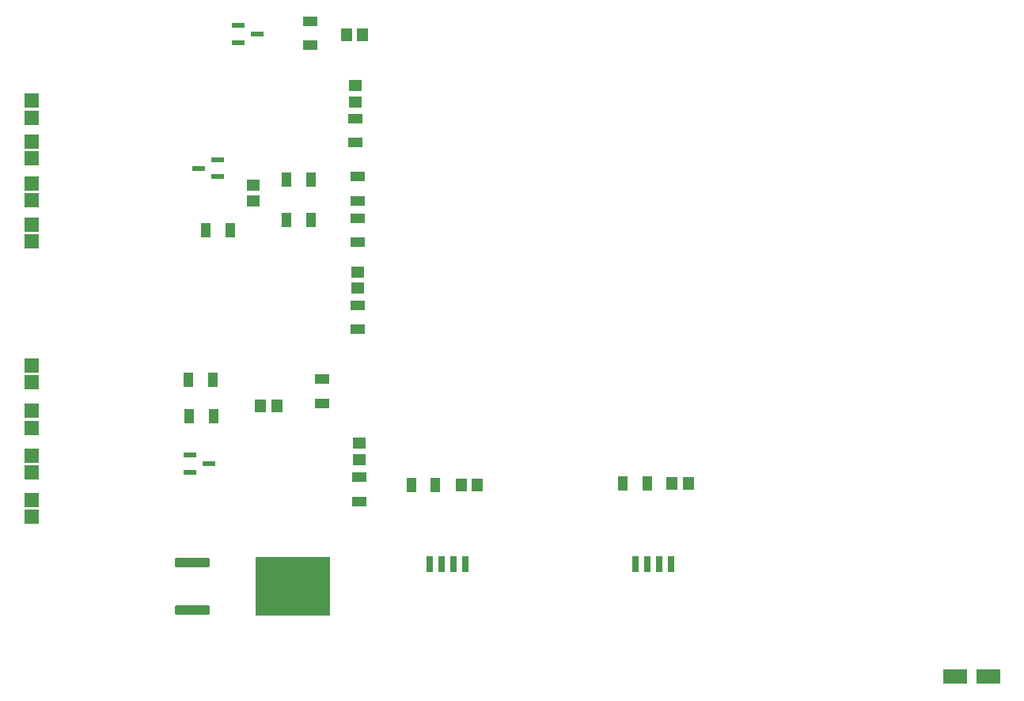
<source format=gtp>
G04*
G04 #@! TF.GenerationSoftware,Altium Limited,Altium Designer,21.4.1 (30)*
G04*
G04 Layer_Color=8421504*
%FSLAX25Y25*%
%MOIN*%
G70*
G04*
G04 #@! TF.SameCoordinates,A47B8419-E6DC-47D0-8E32-9BAF03E0F130*
G04*
G04*
G04 #@! TF.FilePolarity,Positive*
G04*
G01*
G75*
%ADD21R,0.05315X0.04528*%
%ADD22R,0.03937X0.06102*%
%ADD23R,0.04528X0.05315*%
%ADD24R,0.02756X0.06693*%
%ADD25R,0.06102X0.03937*%
%ADD26R,0.09843X0.06299*%
%ADD27R,0.31496X0.25157*%
G04:AMPARAMS|DCode=28|XSize=41.73mil|YSize=148.82mil|CornerRadius=11.06mil|HoleSize=0mil|Usage=FLASHONLY|Rotation=270.000|XOffset=0mil|YOffset=0mil|HoleType=Round|Shape=RoundedRectangle|*
%AMROUNDEDRECTD28*
21,1,0.04173,0.12670,0,0,270.0*
21,1,0.01961,0.14882,0,0,270.0*
1,1,0.02212,-0.06335,-0.00981*
1,1,0.02212,-0.06335,0.00981*
1,1,0.02212,0.06335,0.00981*
1,1,0.02212,0.06335,-0.00981*
%
%ADD28ROUNDEDRECTD28*%
%ADD29R,0.05909X0.05940*%
%ADD30R,0.05200X0.02200*%
D21*
X75200Y141855D02*
D03*
Y148745D02*
D03*
X74563Y220853D02*
D03*
Y213963D02*
D03*
X73600Y299461D02*
D03*
Y292571D02*
D03*
X30564Y257545D02*
D03*
Y250655D02*
D03*
D22*
X107479Y131200D02*
D03*
X97243D02*
D03*
X196574Y131700D02*
D03*
X186338D02*
D03*
X3646Y160208D02*
D03*
X13882D02*
D03*
X54876Y259808D02*
D03*
X44640D02*
D03*
X13541Y175524D02*
D03*
X3304D02*
D03*
X54877Y242854D02*
D03*
X44641D02*
D03*
X21035Y238531D02*
D03*
X10798D02*
D03*
D23*
X213945Y131700D02*
D03*
X207055D02*
D03*
X125145Y131200D02*
D03*
X118255D02*
D03*
X76809Y320908D02*
D03*
X69919D02*
D03*
X33819Y164308D02*
D03*
X40709D02*
D03*
D24*
X114920Y97676D02*
D03*
X109933D02*
D03*
X104946D02*
D03*
X119907D02*
D03*
X206728D02*
D03*
X191767D02*
D03*
X196754D02*
D03*
X201741D02*
D03*
D25*
X75300Y134318D02*
D03*
Y124082D02*
D03*
X74563Y206872D02*
D03*
Y196635D02*
D03*
Y233325D02*
D03*
Y243561D02*
D03*
X73600Y285535D02*
D03*
Y275298D02*
D03*
X74564Y261066D02*
D03*
Y250829D02*
D03*
X59655Y175730D02*
D03*
Y165494D02*
D03*
X54564Y326526D02*
D03*
Y316290D02*
D03*
D26*
X340290Y50300D02*
D03*
X326510D02*
D03*
D27*
X47254Y88508D02*
D03*
D28*
X5167Y98508D02*
D03*
Y78508D02*
D03*
D29*
X-62758Y117821D02*
D03*
Y124943D02*
D03*
Y174433D02*
D03*
Y181554D02*
D03*
Y143545D02*
D03*
Y136424D02*
D03*
Y162362D02*
D03*
Y155240D02*
D03*
Y275769D02*
D03*
Y268647D02*
D03*
Y285908D02*
D03*
Y293029D02*
D03*
Y240769D02*
D03*
Y233647D02*
D03*
Y258189D02*
D03*
Y251067D02*
D03*
D30*
X12141Y140091D02*
D03*
X4141Y136491D02*
D03*
Y143691D02*
D03*
X32264Y321108D02*
D03*
X24264Y317508D02*
D03*
Y324708D02*
D03*
X7574Y264608D02*
D03*
X15574Y268208D02*
D03*
Y261008D02*
D03*
M02*

</source>
